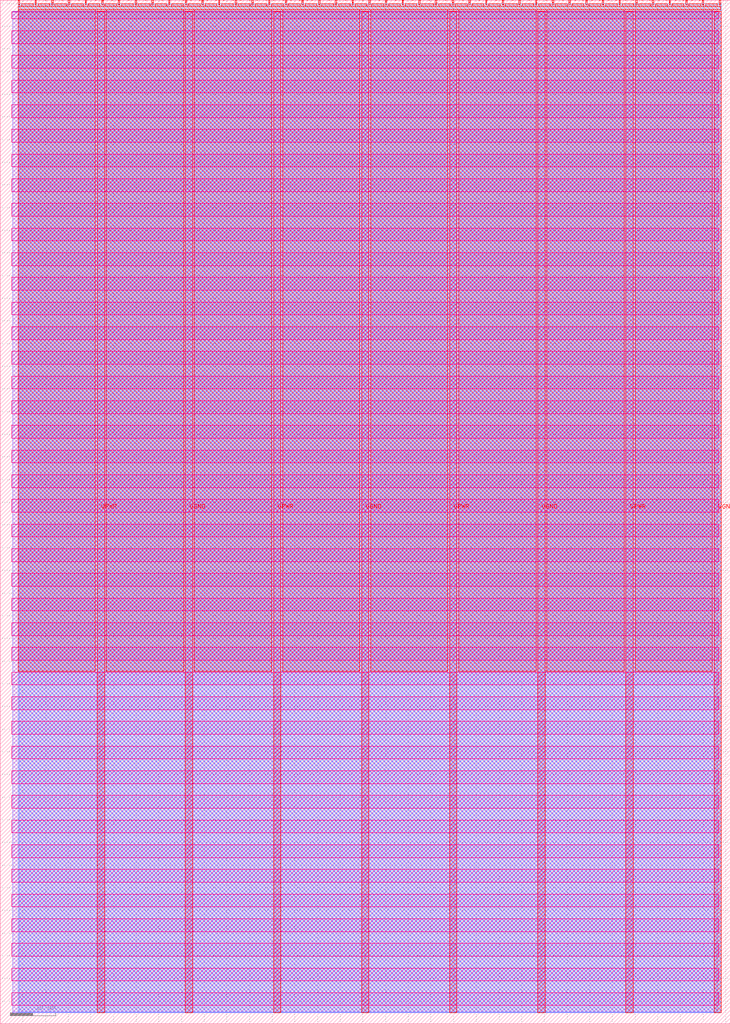
<source format=lef>
VERSION 5.7 ;
  NOWIREEXTENSIONATPIN ON ;
  DIVIDERCHAR "/" ;
  BUSBITCHARS "[]" ;
MACRO tt_um_hsc_tdc_mux
  CLASS BLOCK ;
  FOREIGN tt_um_hsc_tdc_mux ;
  ORIGIN 0.000 0.000 ;
  SIZE 161.000 BY 225.760 ;
  PIN VGND
    DIRECTION INOUT ;
    USE GROUND ;
    PORT
      LAYER met4 ;
        RECT 40.830 2.480 42.430 223.280 ;
    END
    PORT
      LAYER met4 ;
        RECT 79.700 2.480 81.300 223.280 ;
    END
    PORT
      LAYER met4 ;
        RECT 118.570 2.480 120.170 223.280 ;
    END
    PORT
      LAYER met4 ;
        RECT 157.440 2.480 159.040 223.280 ;
    END
  END VGND
  PIN VPWR
    DIRECTION INOUT ;
    USE POWER ;
    PORT
      LAYER met4 ;
        RECT 21.395 2.480 22.995 223.280 ;
    END
    PORT
      LAYER met4 ;
        RECT 60.265 2.480 61.865 223.280 ;
    END
    PORT
      LAYER met4 ;
        RECT 99.135 2.480 100.735 223.280 ;
    END
    PORT
      LAYER met4 ;
        RECT 138.005 2.480 139.605 223.280 ;
    END
  END VPWR
  PIN clk
    DIRECTION INPUT ;
    USE SIGNAL ;
    PORT
      LAYER met4 ;
        RECT 154.870 224.760 155.170 225.760 ;
    END
  END clk
  PIN ena
    DIRECTION INPUT ;
    USE SIGNAL ;
    ANTENNAGATEAREA 0.196500 ;
    PORT
      LAYER met4 ;
        RECT 158.550 224.760 158.850 225.760 ;
    END
  END ena
  PIN rst_n
    DIRECTION INPUT ;
    USE SIGNAL ;
    ANTENNAGATEAREA 0.690000 ;
    ANTENNADIFFAREA 0.869400 ;
    PORT
      LAYER met4 ;
        RECT 151.190 224.760 151.490 225.760 ;
    END
  END rst_n
  PIN ui_in[0]
    DIRECTION INPUT ;
    USE SIGNAL ;
    ANTENNAGATEAREA 0.852000 ;
    PORT
      LAYER met4 ;
        RECT 147.510 224.760 147.810 225.760 ;
    END
  END ui_in[0]
  PIN ui_in[1]
    DIRECTION INPUT ;
    USE SIGNAL ;
    ANTENNAGATEAREA 0.852000 ;
    PORT
      LAYER met4 ;
        RECT 143.830 224.760 144.130 225.760 ;
    END
  END ui_in[1]
  PIN ui_in[2]
    DIRECTION INPUT ;
    USE SIGNAL ;
    ANTENNAGATEAREA 0.196500 ;
    PORT
      LAYER met4 ;
        RECT 140.150 224.760 140.450 225.760 ;
    END
  END ui_in[2]
  PIN ui_in[3]
    DIRECTION INPUT ;
    USE SIGNAL ;
    ANTENNAGATEAREA 0.196500 ;
    PORT
      LAYER met4 ;
        RECT 136.470 224.760 136.770 225.760 ;
    END
  END ui_in[3]
  PIN ui_in[4]
    DIRECTION INPUT ;
    USE SIGNAL ;
    ANTENNAGATEAREA 0.196500 ;
    PORT
      LAYER met4 ;
        RECT 132.790 224.760 133.090 225.760 ;
    END
  END ui_in[4]
  PIN ui_in[5]
    DIRECTION INPUT ;
    USE SIGNAL ;
    ANTENNAGATEAREA 0.196500 ;
    PORT
      LAYER met4 ;
        RECT 129.110 224.760 129.410 225.760 ;
    END
  END ui_in[5]
  PIN ui_in[6]
    DIRECTION INPUT ;
    USE SIGNAL ;
    ANTENNAGATEAREA 0.196500 ;
    PORT
      LAYER met4 ;
        RECT 125.430 224.760 125.730 225.760 ;
    END
  END ui_in[6]
  PIN ui_in[7]
    DIRECTION INPUT ;
    USE SIGNAL ;
    PORT
      LAYER met4 ;
        RECT 121.750 224.760 122.050 225.760 ;
    END
  END ui_in[7]
  PIN uio_in[0]
    DIRECTION INPUT ;
    USE SIGNAL ;
    PORT
      LAYER met4 ;
        RECT 118.070 224.760 118.370 225.760 ;
    END
  END uio_in[0]
  PIN uio_in[1]
    DIRECTION INPUT ;
    USE SIGNAL ;
    PORT
      LAYER met4 ;
        RECT 114.390 224.760 114.690 225.760 ;
    END
  END uio_in[1]
  PIN uio_in[2]
    DIRECTION INPUT ;
    USE SIGNAL ;
    PORT
      LAYER met4 ;
        RECT 110.710 224.760 111.010 225.760 ;
    END
  END uio_in[2]
  PIN uio_in[3]
    DIRECTION INPUT ;
    USE SIGNAL ;
    PORT
      LAYER met4 ;
        RECT 107.030 224.760 107.330 225.760 ;
    END
  END uio_in[3]
  PIN uio_in[4]
    DIRECTION INPUT ;
    USE SIGNAL ;
    PORT
      LAYER met4 ;
        RECT 103.350 224.760 103.650 225.760 ;
    END
  END uio_in[4]
  PIN uio_in[5]
    DIRECTION INPUT ;
    USE SIGNAL ;
    PORT
      LAYER met4 ;
        RECT 99.670 224.760 99.970 225.760 ;
    END
  END uio_in[5]
  PIN uio_in[6]
    DIRECTION INPUT ;
    USE SIGNAL ;
    PORT
      LAYER met4 ;
        RECT 95.990 224.760 96.290 225.760 ;
    END
  END uio_in[6]
  PIN uio_in[7]
    DIRECTION INPUT ;
    USE SIGNAL ;
    PORT
      LAYER met4 ;
        RECT 92.310 224.760 92.610 225.760 ;
    END
  END uio_in[7]
  PIN uio_oe[0]
    DIRECTION OUTPUT TRISTATE ;
    USE SIGNAL ;
    PORT
      LAYER met4 ;
        RECT 29.750 224.760 30.050 225.760 ;
    END
  END uio_oe[0]
  PIN uio_oe[1]
    DIRECTION OUTPUT TRISTATE ;
    USE SIGNAL ;
    PORT
      LAYER met4 ;
        RECT 26.070 224.760 26.370 225.760 ;
    END
  END uio_oe[1]
  PIN uio_oe[2]
    DIRECTION OUTPUT TRISTATE ;
    USE SIGNAL ;
    PORT
      LAYER met4 ;
        RECT 22.390 224.760 22.690 225.760 ;
    END
  END uio_oe[2]
  PIN uio_oe[3]
    DIRECTION OUTPUT TRISTATE ;
    USE SIGNAL ;
    PORT
      LAYER met4 ;
        RECT 18.710 224.760 19.010 225.760 ;
    END
  END uio_oe[3]
  PIN uio_oe[4]
    DIRECTION OUTPUT TRISTATE ;
    USE SIGNAL ;
    PORT
      LAYER met4 ;
        RECT 15.030 224.760 15.330 225.760 ;
    END
  END uio_oe[4]
  PIN uio_oe[5]
    DIRECTION OUTPUT TRISTATE ;
    USE SIGNAL ;
    PORT
      LAYER met4 ;
        RECT 11.350 224.760 11.650 225.760 ;
    END
  END uio_oe[5]
  PIN uio_oe[6]
    DIRECTION OUTPUT TRISTATE ;
    USE SIGNAL ;
    PORT
      LAYER met4 ;
        RECT 7.670 224.760 7.970 225.760 ;
    END
  END uio_oe[6]
  PIN uio_oe[7]
    DIRECTION OUTPUT TRISTATE ;
    USE SIGNAL ;
    PORT
      LAYER met4 ;
        RECT 3.990 224.760 4.290 225.760 ;
    END
  END uio_oe[7]
  PIN uio_out[0]
    DIRECTION OUTPUT TRISTATE ;
    USE SIGNAL ;
    PORT
      LAYER met4 ;
        RECT 59.190 224.760 59.490 225.760 ;
    END
  END uio_out[0]
  PIN uio_out[1]
    DIRECTION OUTPUT TRISTATE ;
    USE SIGNAL ;
    PORT
      LAYER met4 ;
        RECT 55.510 224.760 55.810 225.760 ;
    END
  END uio_out[1]
  PIN uio_out[2]
    DIRECTION OUTPUT TRISTATE ;
    USE SIGNAL ;
    PORT
      LAYER met4 ;
        RECT 51.830 224.760 52.130 225.760 ;
    END
  END uio_out[2]
  PIN uio_out[3]
    DIRECTION OUTPUT TRISTATE ;
    USE SIGNAL ;
    PORT
      LAYER met4 ;
        RECT 48.150 224.760 48.450 225.760 ;
    END
  END uio_out[3]
  PIN uio_out[4]
    DIRECTION OUTPUT TRISTATE ;
    USE SIGNAL ;
    PORT
      LAYER met4 ;
        RECT 44.470 224.760 44.770 225.760 ;
    END
  END uio_out[4]
  PIN uio_out[5]
    DIRECTION OUTPUT TRISTATE ;
    USE SIGNAL ;
    PORT
      LAYER met4 ;
        RECT 40.790 224.760 41.090 225.760 ;
    END
  END uio_out[5]
  PIN uio_out[6]
    DIRECTION OUTPUT TRISTATE ;
    USE SIGNAL ;
    PORT
      LAYER met4 ;
        RECT 37.110 224.760 37.410 225.760 ;
    END
  END uio_out[6]
  PIN uio_out[7]
    DIRECTION OUTPUT TRISTATE ;
    USE SIGNAL ;
    PORT
      LAYER met4 ;
        RECT 33.430 224.760 33.730 225.760 ;
    END
  END uio_out[7]
  PIN uo_out[0]
    DIRECTION OUTPUT TRISTATE ;
    USE SIGNAL ;
    ANTENNAGATEAREA 0.247500 ;
    ANTENNADIFFAREA 0.891000 ;
    PORT
      LAYER met4 ;
        RECT 88.630 224.760 88.930 225.760 ;
    END
  END uo_out[0]
  PIN uo_out[1]
    DIRECTION OUTPUT TRISTATE ;
    USE SIGNAL ;
    ANTENNAGATEAREA 0.126000 ;
    ANTENNADIFFAREA 0.445500 ;
    PORT
      LAYER met4 ;
        RECT 84.950 224.760 85.250 225.760 ;
    END
  END uo_out[1]
  PIN uo_out[2]
    DIRECTION OUTPUT TRISTATE ;
    USE SIGNAL ;
    ANTENNAGATEAREA 0.126000 ;
    ANTENNADIFFAREA 0.445500 ;
    PORT
      LAYER met4 ;
        RECT 81.270 224.760 81.570 225.760 ;
    END
  END uo_out[2]
  PIN uo_out[3]
    DIRECTION OUTPUT TRISTATE ;
    USE SIGNAL ;
    ANTENNAGATEAREA 0.247500 ;
    ANTENNADIFFAREA 0.891000 ;
    PORT
      LAYER met4 ;
        RECT 77.590 224.760 77.890 225.760 ;
    END
  END uo_out[3]
  PIN uo_out[4]
    DIRECTION OUTPUT TRISTATE ;
    USE SIGNAL ;
    ANTENNAGATEAREA 0.247500 ;
    ANTENNADIFFAREA 0.445500 ;
    PORT
      LAYER met4 ;
        RECT 73.910 224.760 74.210 225.760 ;
    END
  END uo_out[4]
  PIN uo_out[5]
    DIRECTION OUTPUT TRISTATE ;
    USE SIGNAL ;
    ANTENNAGATEAREA 0.126000 ;
    ANTENNADIFFAREA 0.445500 ;
    PORT
      LAYER met4 ;
        RECT 70.230 224.760 70.530 225.760 ;
    END
  END uo_out[5]
  PIN uo_out[6]
    DIRECTION OUTPUT TRISTATE ;
    USE SIGNAL ;
    ANTENNAGATEAREA 0.247500 ;
    ANTENNADIFFAREA 0.891000 ;
    PORT
      LAYER met4 ;
        RECT 66.550 224.760 66.850 225.760 ;
    END
  END uo_out[6]
  PIN uo_out[7]
    DIRECTION OUTPUT TRISTATE ;
    USE SIGNAL ;
    ANTENNADIFFAREA 0.795200 ;
    PORT
      LAYER met4 ;
        RECT 62.870 224.760 63.170 225.760 ;
    END
  END uo_out[7]
  OBS
      LAYER nwell ;
        RECT 2.570 221.625 158.430 223.230 ;
        RECT 2.570 216.185 158.430 219.015 ;
        RECT 2.570 210.745 158.430 213.575 ;
        RECT 2.570 205.305 158.430 208.135 ;
        RECT 2.570 199.865 158.430 202.695 ;
        RECT 2.570 194.425 158.430 197.255 ;
        RECT 2.570 188.985 158.430 191.815 ;
        RECT 2.570 183.545 158.430 186.375 ;
        RECT 2.570 178.105 158.430 180.935 ;
        RECT 2.570 172.665 158.430 175.495 ;
        RECT 2.570 167.225 158.430 170.055 ;
        RECT 2.570 161.785 158.430 164.615 ;
        RECT 2.570 156.345 158.430 159.175 ;
        RECT 2.570 150.905 158.430 153.735 ;
        RECT 2.570 145.465 158.430 148.295 ;
        RECT 2.570 140.025 158.430 142.855 ;
        RECT 2.570 134.585 158.430 137.415 ;
        RECT 2.570 129.145 158.430 131.975 ;
        RECT 2.570 123.705 158.430 126.535 ;
        RECT 2.570 118.265 158.430 121.095 ;
        RECT 2.570 112.825 158.430 115.655 ;
        RECT 2.570 107.385 158.430 110.215 ;
        RECT 2.570 101.945 158.430 104.775 ;
        RECT 2.570 96.505 158.430 99.335 ;
        RECT 2.570 91.065 158.430 93.895 ;
        RECT 2.570 85.625 158.430 88.455 ;
        RECT 2.570 80.185 158.430 83.015 ;
        RECT 2.570 74.745 158.430 77.575 ;
        RECT 2.570 69.305 158.430 72.135 ;
        RECT 2.570 63.865 158.430 66.695 ;
        RECT 2.570 58.425 158.430 61.255 ;
        RECT 2.570 52.985 158.430 55.815 ;
        RECT 2.570 47.545 158.430 50.375 ;
        RECT 2.570 42.105 158.430 44.935 ;
        RECT 2.570 36.665 158.430 39.495 ;
        RECT 2.570 31.225 158.430 34.055 ;
        RECT 2.570 25.785 158.430 28.615 ;
        RECT 2.570 20.345 158.430 23.175 ;
        RECT 2.570 14.905 158.430 17.735 ;
        RECT 2.570 9.465 158.430 12.295 ;
        RECT 2.570 4.025 158.430 6.855 ;
      LAYER li1 ;
        RECT 2.760 2.635 158.240 223.125 ;
      LAYER met1 ;
        RECT 2.760 2.480 159.040 223.280 ;
      LAYER met2 ;
        RECT 4.230 2.535 159.010 224.925 ;
      LAYER met3 ;
        RECT 3.950 2.555 159.030 224.905 ;
      LAYER met4 ;
        RECT 4.690 224.360 7.270 224.905 ;
        RECT 8.370 224.360 10.950 224.905 ;
        RECT 12.050 224.360 14.630 224.905 ;
        RECT 15.730 224.360 18.310 224.905 ;
        RECT 19.410 224.360 21.990 224.905 ;
        RECT 23.090 224.360 25.670 224.905 ;
        RECT 26.770 224.360 29.350 224.905 ;
        RECT 30.450 224.360 33.030 224.905 ;
        RECT 34.130 224.360 36.710 224.905 ;
        RECT 37.810 224.360 40.390 224.905 ;
        RECT 41.490 224.360 44.070 224.905 ;
        RECT 45.170 224.360 47.750 224.905 ;
        RECT 48.850 224.360 51.430 224.905 ;
        RECT 52.530 224.360 55.110 224.905 ;
        RECT 56.210 224.360 58.790 224.905 ;
        RECT 59.890 224.360 62.470 224.905 ;
        RECT 63.570 224.360 66.150 224.905 ;
        RECT 67.250 224.360 69.830 224.905 ;
        RECT 70.930 224.360 73.510 224.905 ;
        RECT 74.610 224.360 77.190 224.905 ;
        RECT 78.290 224.360 80.870 224.905 ;
        RECT 81.970 224.360 84.550 224.905 ;
        RECT 85.650 224.360 88.230 224.905 ;
        RECT 89.330 224.360 91.910 224.905 ;
        RECT 93.010 224.360 95.590 224.905 ;
        RECT 96.690 224.360 99.270 224.905 ;
        RECT 100.370 224.360 102.950 224.905 ;
        RECT 104.050 224.360 106.630 224.905 ;
        RECT 107.730 224.360 110.310 224.905 ;
        RECT 111.410 224.360 113.990 224.905 ;
        RECT 115.090 224.360 117.670 224.905 ;
        RECT 118.770 224.360 121.350 224.905 ;
        RECT 122.450 224.360 125.030 224.905 ;
        RECT 126.130 224.360 128.710 224.905 ;
        RECT 129.810 224.360 132.390 224.905 ;
        RECT 133.490 224.360 136.070 224.905 ;
        RECT 137.170 224.360 139.750 224.905 ;
        RECT 140.850 224.360 143.430 224.905 ;
        RECT 144.530 224.360 147.110 224.905 ;
        RECT 148.210 224.360 150.790 224.905 ;
        RECT 151.890 224.360 154.470 224.905 ;
        RECT 155.570 224.360 158.150 224.905 ;
        RECT 3.975 223.680 158.865 224.360 ;
        RECT 3.975 77.695 20.995 223.680 ;
        RECT 23.395 77.695 40.430 223.680 ;
        RECT 42.830 77.695 59.865 223.680 ;
        RECT 62.265 77.695 79.300 223.680 ;
        RECT 81.700 77.695 98.735 223.680 ;
        RECT 101.135 77.695 118.170 223.680 ;
        RECT 120.570 77.695 137.605 223.680 ;
        RECT 140.005 77.695 157.040 223.680 ;
  END
END tt_um_hsc_tdc_mux
END LIBRARY


</source>
